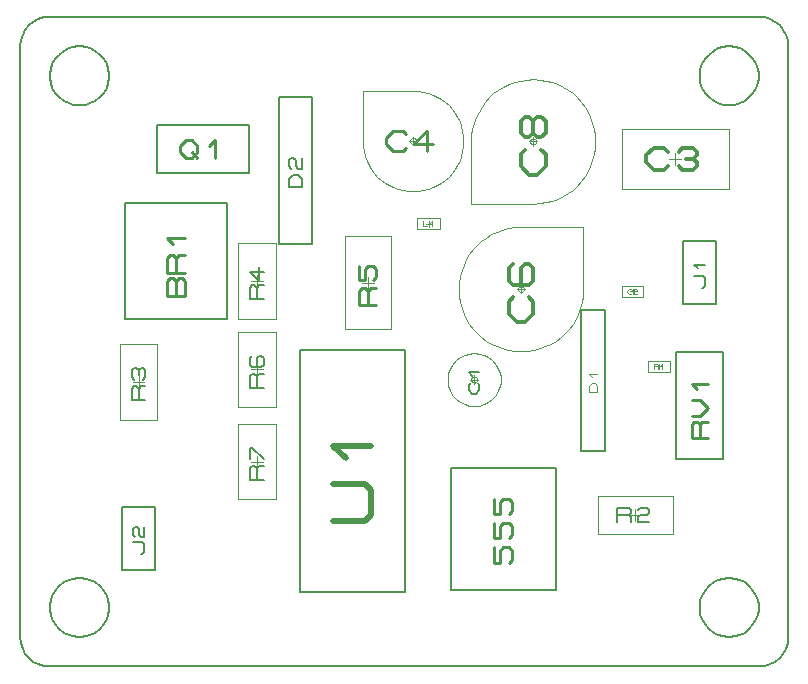
<source format=gbr>
G04 PROTEUS GERBER X2 FILE*
%TF.GenerationSoftware,Labcenter,Proteus,8.7-SP3-Build25561*%
%TF.CreationDate,2020-06-08T17:47:50+00:00*%
%TF.FileFunction,AssemblyDrawing,Top*%
%TF.FilePolarity,Positive*%
%TF.Part,Single*%
%TF.SameCoordinates,{25e8a378-ae3c-4486-9c29-23821959b247}*%
%FSLAX45Y45*%
%MOMM*%
G01*
%TA.AperFunction,Material*%
%ADD72C,0.203200*%
%ADD59C,0.164590*%
%ADD60C,0.050000*%
%ADD61C,0.195000*%
%ADD62C,0.227330*%
%TA.AperFunction,Profile*%
%ADD29C,0.203200*%
%TA.AperFunction,Material*%
%ADD63C,0.533400*%
%ADD64C,0.351660*%
%ADD65C,0.285000*%
%ADD66C,0.259080*%
%ADD67C,0.245000*%
%ADD68C,0.121920*%
%ADD69C,0.151660*%
%ADD74C,0.305000*%
%ADD75C,0.237000*%
%ADD76C,0.172210*%
%ADD77C,0.240790*%
%ADD78C,0.057000*%
%ADD79C,0.063000*%
%TD.AperFunction*%
D72*
X-5637160Y+818840D02*
X-5362840Y+818840D01*
X-5362840Y+1347160D01*
X-5637160Y+1347160D01*
X-5637160Y+818840D01*
D59*
X-5483540Y+951327D02*
X-5467081Y+951327D01*
X-5450622Y+967786D01*
X-5450622Y+1033622D01*
X-5467081Y+1050081D01*
X-5549377Y+1050081D01*
X-5532918Y+1099459D02*
X-5549377Y+1115918D01*
X-5549377Y+1165295D01*
X-5532918Y+1181754D01*
X-5516459Y+1181754D01*
X-5500000Y+1165295D01*
X-5500000Y+1115918D01*
X-5483540Y+1099459D01*
X-5450622Y+1099459D01*
X-5450622Y+1181754D01*
D60*
X-5660000Y+2730000D02*
X-5660000Y+2090000D01*
X-5340000Y+2090000D01*
X-5340000Y+2730000D01*
X-5660000Y+2730000D01*
X-5450000Y+2410000D02*
X-5550000Y+2410000D01*
X-5500000Y+2360000D02*
X-5500000Y+2460000D01*
D61*
X-5441500Y+2254000D02*
X-5558500Y+2254000D01*
X-5558500Y+2351500D01*
X-5539000Y+2371000D01*
X-5519500Y+2371000D01*
X-5500000Y+2351500D01*
X-5500000Y+2254000D01*
X-5500000Y+2351500D02*
X-5480500Y+2371000D01*
X-5441500Y+2371000D01*
X-5539000Y+2429500D02*
X-5558500Y+2449000D01*
X-5558500Y+2507500D01*
X-5539000Y+2527000D01*
X-5519500Y+2527000D01*
X-5500000Y+2507500D01*
X-5480500Y+2527000D01*
X-5461000Y+2527000D01*
X-5441500Y+2507500D01*
X-5441500Y+2449000D01*
X-5461000Y+2429500D01*
X-5500000Y+2468500D02*
X-5500000Y+2507500D01*
D72*
X-887160Y+3072840D02*
X-612840Y+3072840D01*
X-612840Y+3601160D01*
X-887160Y+3601160D01*
X-887160Y+3072840D01*
D59*
X-733540Y+3205327D02*
X-717081Y+3205327D01*
X-700622Y+3221786D01*
X-700622Y+3287622D01*
X-717081Y+3304081D01*
X-799377Y+3304081D01*
X-766459Y+3369918D02*
X-799377Y+3402836D01*
X-700622Y+3402836D01*
D72*
X-950660Y+1755340D02*
X-549340Y+1755340D01*
X-549340Y+2664660D01*
X-950660Y+2664660D01*
X-950660Y+1755340D01*
D62*
X-681801Y+1937204D02*
X-818199Y+1937204D01*
X-818199Y+2050869D01*
X-795466Y+2073602D01*
X-772733Y+2073602D01*
X-750000Y+2050869D01*
X-750000Y+1937204D01*
X-750000Y+2050869D02*
X-727267Y+2073602D01*
X-681801Y+2073602D01*
X-818199Y+2119068D02*
X-750000Y+2119068D01*
X-681801Y+2187267D01*
X-750000Y+2255466D01*
X-818199Y+2255466D01*
X-772733Y+2346398D02*
X-818199Y+2391864D01*
X-681801Y+2391864D01*
D29*
X-6500000Y+250000D02*
X-6495026Y+198883D01*
X-6480713Y+151611D01*
X-6457977Y+109100D01*
X-6427734Y+72266D01*
X-6390900Y+42023D01*
X-6348389Y+19287D01*
X-6301117Y+4974D01*
X-6250000Y+0D01*
X-6500000Y+5250000D02*
X-6495026Y+5301117D01*
X-6480713Y+5348389D01*
X-6457977Y+5390900D01*
X-6427734Y+5427734D01*
X-6390900Y+5457977D01*
X-6348389Y+5480713D01*
X-6301117Y+5495026D01*
X-6250000Y+5500000D01*
X-250000Y+5500000D02*
X-198883Y+5495026D01*
X-151611Y+5480713D01*
X-109100Y+5457977D01*
X-72266Y+5427734D01*
X-42023Y+5390900D01*
X-19287Y+5348389D01*
X-4974Y+5301117D01*
X+0Y+5250000D01*
X-250000Y+0D02*
X-198883Y+4974D01*
X-151611Y+19287D01*
X-109100Y+42023D01*
X-72266Y+72266D01*
X-42023Y+109100D01*
X-19287Y+151611D01*
X-4974Y+198883D01*
X+0Y+250000D01*
X-5750000Y+5000000D02*
X-5750815Y+5020171D01*
X-5757434Y+5060514D01*
X-5771247Y+5100857D01*
X-5793693Y+5141200D01*
X-5827990Y+5181418D01*
X-5868333Y+5212518D01*
X-5908676Y+5232723D01*
X-5949019Y+5244747D01*
X-5989362Y+5249774D01*
X-6000000Y+5250000D01*
X-6250000Y+5000000D02*
X-6249185Y+5020171D01*
X-6242566Y+5060514D01*
X-6228753Y+5100857D01*
X-6206307Y+5141200D01*
X-6172010Y+5181418D01*
X-6131667Y+5212518D01*
X-6091324Y+5232723D01*
X-6050981Y+5244747D01*
X-6010638Y+5249774D01*
X-6000000Y+5250000D01*
X-6250000Y+5000000D02*
X-6249185Y+4979829D01*
X-6242566Y+4939486D01*
X-6228753Y+4899143D01*
X-6206307Y+4858800D01*
X-6172010Y+4818582D01*
X-6131667Y+4787482D01*
X-6091324Y+4767277D01*
X-6050981Y+4755253D01*
X-6010638Y+4750226D01*
X-6000000Y+4750000D01*
X-5750000Y+5000000D02*
X-5750815Y+4979829D01*
X-5757434Y+4939486D01*
X-5771247Y+4899143D01*
X-5793693Y+4858800D01*
X-5827990Y+4818582D01*
X-5868333Y+4787482D01*
X-5908676Y+4767277D01*
X-5949019Y+4755253D01*
X-5989362Y+4750226D01*
X-6000000Y+4750000D01*
X-250000Y+5000000D02*
X-250815Y+5020171D01*
X-257434Y+5060514D01*
X-271247Y+5100857D01*
X-293693Y+5141200D01*
X-327990Y+5181418D01*
X-368333Y+5212518D01*
X-408676Y+5232723D01*
X-449019Y+5244747D01*
X-489362Y+5249774D01*
X-500000Y+5250000D01*
X-750000Y+5000000D02*
X-749185Y+5020171D01*
X-742566Y+5060514D01*
X-728753Y+5100857D01*
X-706307Y+5141200D01*
X-672010Y+5181418D01*
X-631667Y+5212518D01*
X-591324Y+5232723D01*
X-550981Y+5244747D01*
X-510638Y+5249774D01*
X-500000Y+5250000D01*
X-750000Y+5000000D02*
X-749185Y+4979829D01*
X-742566Y+4939486D01*
X-728753Y+4899143D01*
X-706307Y+4858800D01*
X-672010Y+4818582D01*
X-631667Y+4787482D01*
X-591324Y+4767277D01*
X-550981Y+4755253D01*
X-510638Y+4750226D01*
X-500000Y+4750000D01*
X-250000Y+5000000D02*
X-250815Y+4979829D01*
X-257434Y+4939486D01*
X-271247Y+4899143D01*
X-293693Y+4858800D01*
X-327990Y+4818582D01*
X-368333Y+4787482D01*
X-408676Y+4767277D01*
X-449019Y+4755253D01*
X-489362Y+4750226D01*
X-500000Y+4750000D01*
X-250000Y+500000D02*
X-250815Y+520171D01*
X-257434Y+560514D01*
X-271247Y+600857D01*
X-293693Y+641200D01*
X-327990Y+681418D01*
X-368333Y+712518D01*
X-408676Y+732723D01*
X-449019Y+744747D01*
X-489362Y+749774D01*
X-500000Y+750000D01*
X-750000Y+500000D02*
X-749185Y+520171D01*
X-742566Y+560514D01*
X-728753Y+600857D01*
X-706307Y+641200D01*
X-672010Y+681418D01*
X-631667Y+712518D01*
X-591324Y+732723D01*
X-550981Y+744747D01*
X-510638Y+749774D01*
X-500000Y+750000D01*
X-750000Y+500000D02*
X-749185Y+479829D01*
X-742566Y+439486D01*
X-728753Y+399143D01*
X-706307Y+358800D01*
X-672010Y+318582D01*
X-631667Y+287482D01*
X-591324Y+267277D01*
X-550981Y+255253D01*
X-510638Y+250226D01*
X-500000Y+250000D01*
X-250000Y+500000D02*
X-250815Y+479829D01*
X-257434Y+439486D01*
X-271247Y+399143D01*
X-293693Y+358800D01*
X-327990Y+318582D01*
X-368333Y+287482D01*
X-408676Y+267277D01*
X-449019Y+255253D01*
X-489362Y+250226D01*
X-500000Y+250000D01*
X-5750000Y+500000D02*
X-5750815Y+520171D01*
X-5757434Y+560514D01*
X-5771247Y+600857D01*
X-5793693Y+641200D01*
X-5827990Y+681418D01*
X-5868333Y+712518D01*
X-5908676Y+732723D01*
X-5949019Y+744747D01*
X-5989362Y+749774D01*
X-6000000Y+750000D01*
X-6250000Y+500000D02*
X-6249185Y+520171D01*
X-6242566Y+560514D01*
X-6228753Y+600857D01*
X-6206307Y+641200D01*
X-6172010Y+681418D01*
X-6131667Y+712518D01*
X-6091324Y+732723D01*
X-6050981Y+744747D01*
X-6010638Y+749774D01*
X-6000000Y+750000D01*
X-6250000Y+500000D02*
X-6249185Y+479829D01*
X-6242566Y+439486D01*
X-6228753Y+399143D01*
X-6206307Y+358800D01*
X-6172010Y+318582D01*
X-6131667Y+287482D01*
X-6091324Y+267277D01*
X-6050981Y+255253D01*
X-6010638Y+250226D01*
X-6000000Y+250000D01*
X-5750000Y+500000D02*
X-5750815Y+479829D01*
X-5757434Y+439486D01*
X-5771247Y+399143D01*
X-5793693Y+358800D01*
X-5827990Y+318582D01*
X-5868333Y+287482D01*
X-5908676Y+267277D01*
X-5949019Y+255253D01*
X-5989362Y+250226D01*
X-6000000Y+250000D01*
X-6500000Y+250000D02*
X-6500000Y+5250000D01*
X-6250000Y+5500000D02*
X-250000Y+5500000D01*
X+0Y+5250000D02*
X+0Y+250000D01*
X-250000Y+0D02*
X-6250000Y+0D01*
D72*
X-4135500Y+628840D02*
X-3246500Y+628840D01*
X-3246500Y+2681160D01*
X-4135500Y+2681160D01*
X-4135500Y+628840D01*
D63*
X-3851020Y+1228280D02*
X-3584320Y+1228280D01*
X-3530980Y+1281620D01*
X-3530980Y+1494980D01*
X-3584320Y+1548320D01*
X-3851020Y+1548320D01*
X-3744340Y+1761680D02*
X-3851020Y+1868360D01*
X-3530980Y+1868360D01*
D60*
X-2237000Y+3195000D02*
X-2237086Y+3197076D01*
X-2237788Y+3201229D01*
X-2239258Y+3205382D01*
X-2241660Y+3209535D01*
X-2245333Y+3213634D01*
X-2249486Y+3216643D01*
X-2253639Y+3218560D01*
X-2257792Y+3219643D01*
X-2261945Y+3220000D01*
X-2262000Y+3220000D01*
X-2287000Y+3195000D02*
X-2286914Y+3197076D01*
X-2286212Y+3201229D01*
X-2284742Y+3205382D01*
X-2282340Y+3209535D01*
X-2278667Y+3213634D01*
X-2274514Y+3216643D01*
X-2270361Y+3218560D01*
X-2266208Y+3219643D01*
X-2262055Y+3220000D01*
X-2262000Y+3220000D01*
X-2287000Y+3195000D02*
X-2286914Y+3192924D01*
X-2286212Y+3188771D01*
X-2284742Y+3184618D01*
X-2282340Y+3180465D01*
X-2278667Y+3176366D01*
X-2274514Y+3173357D01*
X-2270361Y+3171440D01*
X-2266208Y+3170357D01*
X-2262055Y+3170000D01*
X-2262000Y+3170000D01*
X-2237000Y+3195000D02*
X-2237086Y+3192924D01*
X-2237788Y+3188771D01*
X-2239258Y+3184618D01*
X-2241660Y+3180465D01*
X-2245333Y+3176366D01*
X-2249486Y+3173357D01*
X-2253639Y+3171440D01*
X-2257792Y+3170357D01*
X-2261945Y+3170000D01*
X-2262000Y+3170000D01*
X-2262000Y+3160000D02*
X-2262000Y+3230000D01*
X-2227000Y+3195000D02*
X-2297000Y+3195000D01*
X-1737000Y+3720000D02*
X-2262000Y+3720000D01*
X-2316562Y+3717348D01*
X-2369345Y+3709554D01*
X-2420110Y+3696857D01*
X-2468616Y+3679497D01*
X-2514622Y+3657715D01*
X-2557889Y+3631752D01*
X-2598176Y+3601848D01*
X-2635242Y+3568242D01*
X-2668848Y+3531176D01*
X-2698752Y+3490889D01*
X-2724715Y+3447622D01*
X-2746497Y+3401616D01*
X-2763857Y+3353110D01*
X-2776554Y+3302345D01*
X-2784348Y+3249562D01*
X-2787000Y+3195000D01*
X-2784348Y+3140438D01*
X-2776554Y+3087655D01*
X-2763857Y+3036890D01*
X-2746497Y+2988384D01*
X-2724715Y+2942378D01*
X-2698752Y+2899111D01*
X-2668848Y+2858824D01*
X-2635242Y+2821758D01*
X-2598176Y+2788152D01*
X-2557889Y+2758248D01*
X-2514622Y+2732285D01*
X-2468616Y+2710503D01*
X-2420110Y+2693143D01*
X-2369345Y+2680446D01*
X-2316562Y+2672652D01*
X-2262000Y+2670000D01*
X-2207438Y+2672652D01*
X-2154655Y+2680446D01*
X-2103890Y+2693143D01*
X-2055384Y+2710503D01*
X-2009378Y+2732285D01*
X-1966111Y+2758248D01*
X-1925824Y+2788152D01*
X-1888758Y+2821758D01*
X-1855152Y+2858824D01*
X-1825248Y+2899111D01*
X-1799285Y+2942378D01*
X-1777503Y+2988384D01*
X-1760143Y+3036890D01*
X-1747446Y+3087655D01*
X-1739652Y+3140438D01*
X-1737000Y+3195000D01*
X-1737000Y+3720000D01*
D64*
X-2191666Y+3124667D02*
X-2156500Y+3089500D01*
X-2156500Y+2984001D01*
X-2226833Y+2913668D01*
X-2297166Y+2913668D01*
X-2367499Y+2984001D01*
X-2367499Y+3089500D01*
X-2332333Y+3124667D01*
X-2332333Y+3405999D02*
X-2367499Y+3370832D01*
X-2367499Y+3265333D01*
X-2332333Y+3230166D01*
X-2191666Y+3230166D01*
X-2156500Y+3265333D01*
X-2156500Y+3370832D01*
X-2191666Y+3405999D01*
X-2226833Y+3405999D01*
X-2262000Y+3370832D01*
X-2262000Y+3230166D01*
D60*
X-2134000Y+4445000D02*
X-2134086Y+4447076D01*
X-2134788Y+4451229D01*
X-2136258Y+4455382D01*
X-2138660Y+4459535D01*
X-2142333Y+4463634D01*
X-2146486Y+4466643D01*
X-2150639Y+4468560D01*
X-2154792Y+4469643D01*
X-2158945Y+4470000D01*
X-2159000Y+4470000D01*
X-2184000Y+4445000D02*
X-2183914Y+4447076D01*
X-2183212Y+4451229D01*
X-2181742Y+4455382D01*
X-2179340Y+4459535D01*
X-2175667Y+4463634D01*
X-2171514Y+4466643D01*
X-2167361Y+4468560D01*
X-2163208Y+4469643D01*
X-2159055Y+4470000D01*
X-2159000Y+4470000D01*
X-2184000Y+4445000D02*
X-2183914Y+4442924D01*
X-2183212Y+4438771D01*
X-2181742Y+4434618D01*
X-2179340Y+4430465D01*
X-2175667Y+4426366D01*
X-2171514Y+4423357D01*
X-2167361Y+4421440D01*
X-2163208Y+4420357D01*
X-2159055Y+4420000D01*
X-2159000Y+4420000D01*
X-2134000Y+4445000D02*
X-2134086Y+4442924D01*
X-2134788Y+4438771D01*
X-2136258Y+4434618D01*
X-2138660Y+4430465D01*
X-2142333Y+4426366D01*
X-2146486Y+4423357D01*
X-2150639Y+4421440D01*
X-2154792Y+4420357D01*
X-2158945Y+4420000D01*
X-2159000Y+4420000D01*
X-2159000Y+4480000D02*
X-2159000Y+4410000D01*
X-2194000Y+4445000D02*
X-2124000Y+4445000D01*
X-2684000Y+3920000D02*
X-2159000Y+3920000D01*
X-2104438Y+3922652D01*
X-2051655Y+3930446D01*
X-2000890Y+3943143D01*
X-1952384Y+3960503D01*
X-1906378Y+3982285D01*
X-1863111Y+4008248D01*
X-1822824Y+4038152D01*
X-1785758Y+4071758D01*
X-1752152Y+4108824D01*
X-1722248Y+4149111D01*
X-1696285Y+4192378D01*
X-1674503Y+4238384D01*
X-1657143Y+4286890D01*
X-1644446Y+4337655D01*
X-1636652Y+4390438D01*
X-1634000Y+4445000D01*
X-1636652Y+4499562D01*
X-1644446Y+4552345D01*
X-1657143Y+4603110D01*
X-1674503Y+4651616D01*
X-1696285Y+4697622D01*
X-1722248Y+4740889D01*
X-1752152Y+4781176D01*
X-1785758Y+4818242D01*
X-1822824Y+4851848D01*
X-1863111Y+4881752D01*
X-1906378Y+4907715D01*
X-1952384Y+4929497D01*
X-2000890Y+4946857D01*
X-2051655Y+4959554D01*
X-2104438Y+4967348D01*
X-2159000Y+4970000D01*
X-2213562Y+4967348D01*
X-2266345Y+4959554D01*
X-2317110Y+4946857D01*
X-2365616Y+4929497D01*
X-2411622Y+4907715D01*
X-2454889Y+4881752D01*
X-2495176Y+4851848D01*
X-2532242Y+4818242D01*
X-2565848Y+4781176D01*
X-2595752Y+4740889D01*
X-2621715Y+4697622D01*
X-2643497Y+4651616D01*
X-2660857Y+4603110D01*
X-2673554Y+4552345D01*
X-2681348Y+4499562D01*
X-2684000Y+4445000D01*
X-2684000Y+3920000D01*
D64*
X-2088666Y+4374667D02*
X-2053500Y+4339500D01*
X-2053500Y+4234001D01*
X-2123833Y+4163668D01*
X-2194166Y+4163668D01*
X-2264499Y+4234001D01*
X-2264499Y+4339500D01*
X-2229333Y+4374667D01*
X-2159000Y+4515333D02*
X-2194166Y+4480166D01*
X-2229333Y+4480166D01*
X-2264499Y+4515333D01*
X-2264499Y+4620832D01*
X-2229333Y+4655999D01*
X-2194166Y+4655999D01*
X-2159000Y+4620832D01*
X-2159000Y+4515333D01*
X-2123833Y+4480166D01*
X-2088666Y+4480166D01*
X-2053500Y+4515333D01*
X-2053500Y+4620832D01*
X-2088666Y+4655999D01*
X-2123833Y+4655999D01*
X-2159000Y+4620832D01*
D60*
X-3150000Y+4449000D02*
X-3150086Y+4451076D01*
X-3150788Y+4455229D01*
X-3152258Y+4459382D01*
X-3154660Y+4463535D01*
X-3158333Y+4467634D01*
X-3162486Y+4470643D01*
X-3166639Y+4472560D01*
X-3170792Y+4473643D01*
X-3174945Y+4474000D01*
X-3175000Y+4474000D01*
X-3200000Y+4449000D02*
X-3199914Y+4451076D01*
X-3199212Y+4455229D01*
X-3197742Y+4459382D01*
X-3195340Y+4463535D01*
X-3191667Y+4467634D01*
X-3187514Y+4470643D01*
X-3183361Y+4472560D01*
X-3179208Y+4473643D01*
X-3175055Y+4474000D01*
X-3175000Y+4474000D01*
X-3200000Y+4449000D02*
X-3199914Y+4446924D01*
X-3199212Y+4442771D01*
X-3197742Y+4438618D01*
X-3195340Y+4434465D01*
X-3191667Y+4430366D01*
X-3187514Y+4427357D01*
X-3183361Y+4425440D01*
X-3179208Y+4424357D01*
X-3175055Y+4424000D01*
X-3175000Y+4424000D01*
X-3150000Y+4449000D02*
X-3150086Y+4446924D01*
X-3150788Y+4442771D01*
X-3152258Y+4438618D01*
X-3154660Y+4434465D01*
X-3158333Y+4430366D01*
X-3162486Y+4427357D01*
X-3166639Y+4425440D01*
X-3170792Y+4424357D01*
X-3174945Y+4424000D01*
X-3175000Y+4424000D01*
X-3140000Y+4449000D02*
X-3210000Y+4449000D01*
X-3175000Y+4484000D02*
X-3175000Y+4414000D01*
X-3600000Y+4874000D02*
X-3600000Y+4449000D01*
X-3597854Y+4404831D01*
X-3591544Y+4362101D01*
X-3581265Y+4321006D01*
X-3567212Y+4281739D01*
X-3549579Y+4244496D01*
X-3528561Y+4209471D01*
X-3504353Y+4176858D01*
X-3477148Y+4146852D01*
X-3447142Y+4119647D01*
X-3414529Y+4095439D01*
X-3379504Y+4074421D01*
X-3342260Y+4056788D01*
X-3302994Y+4042735D01*
X-3261899Y+4032456D01*
X-3219169Y+4026147D01*
X-3175000Y+4024000D01*
X-3130831Y+4026147D01*
X-3088101Y+4032456D01*
X-3047006Y+4042735D01*
X-3007740Y+4056788D01*
X-2970496Y+4074421D01*
X-2935471Y+4095439D01*
X-2902858Y+4119647D01*
X-2872852Y+4146852D01*
X-2845647Y+4176858D01*
X-2821439Y+4209471D01*
X-2800421Y+4244496D01*
X-2782788Y+4281739D01*
X-2768735Y+4321006D01*
X-2758456Y+4362101D01*
X-2752146Y+4404831D01*
X-2750000Y+4449000D01*
X-2752146Y+4493169D01*
X-2758456Y+4535899D01*
X-2768735Y+4576994D01*
X-2782788Y+4616261D01*
X-2800421Y+4653504D01*
X-2821439Y+4688529D01*
X-2845647Y+4721142D01*
X-2872852Y+4751148D01*
X-2902858Y+4778353D01*
X-2935471Y+4802561D01*
X-2970496Y+4823579D01*
X-3007740Y+4841212D01*
X-3047006Y+4855265D01*
X-3088101Y+4865544D01*
X-3130831Y+4871853D01*
X-3175000Y+4874000D01*
X-3600000Y+4874000D01*
D65*
X-3232000Y+4392000D02*
X-3260500Y+4363500D01*
X-3346000Y+4363500D01*
X-3403000Y+4420500D01*
X-3403000Y+4477500D01*
X-3346000Y+4534500D01*
X-3260500Y+4534500D01*
X-3232000Y+4506000D01*
X-3004000Y+4420500D02*
X-3175000Y+4420500D01*
X-3061000Y+4534500D01*
X-3061000Y+4363500D01*
D72*
X-2857500Y+644840D02*
X-1968500Y+644840D01*
X-1968500Y+1681160D01*
X-2857500Y+1681160D01*
X-2857500Y+644840D01*
D66*
X-2490724Y+1007552D02*
X-2490724Y+878012D01*
X-2438908Y+878012D01*
X-2438908Y+981644D01*
X-2413000Y+1007552D01*
X-2361184Y+1007552D01*
X-2335276Y+981644D01*
X-2335276Y+903920D01*
X-2361184Y+878012D01*
X-2490724Y+1214816D02*
X-2490724Y+1085276D01*
X-2438908Y+1085276D01*
X-2438908Y+1188908D01*
X-2413000Y+1214816D01*
X-2361184Y+1214816D01*
X-2335276Y+1188908D01*
X-2335276Y+1111184D01*
X-2361184Y+1085276D01*
X-2490724Y+1422080D02*
X-2490724Y+1292540D01*
X-2438908Y+1292540D01*
X-2438908Y+1396172D01*
X-2413000Y+1422080D01*
X-2361184Y+1422080D01*
X-2335276Y+1396172D01*
X-2335276Y+1318448D01*
X-2361184Y+1292540D01*
D72*
X-5612260Y+2943000D02*
X-4753740Y+2943000D01*
X-4753740Y+3923000D01*
X-5612260Y+3923000D01*
X-5612260Y+2943000D01*
D67*
X-5109500Y+3139000D02*
X-5256500Y+3139000D01*
X-5256500Y+3261500D01*
X-5232000Y+3286000D01*
X-5207500Y+3286000D01*
X-5183000Y+3261500D01*
X-5158500Y+3286000D01*
X-5134000Y+3286000D01*
X-5109500Y+3261500D01*
X-5109500Y+3139000D01*
X-5183000Y+3139000D02*
X-5183000Y+3261500D01*
X-5109500Y+3335000D02*
X-5256500Y+3335000D01*
X-5256500Y+3457500D01*
X-5232000Y+3482000D01*
X-5207500Y+3482000D01*
X-5183000Y+3457500D01*
X-5183000Y+3335000D01*
X-5183000Y+3457500D02*
X-5158500Y+3482000D01*
X-5109500Y+3482000D01*
X-5207500Y+3580000D02*
X-5256500Y+3629000D01*
X-5109500Y+3629000D01*
D72*
X-1752600Y+1828100D02*
X-1549400Y+1828100D01*
X-1549400Y+3021900D01*
X-1752600Y+3021900D01*
X-1752600Y+1828100D01*
D68*
X-1614424Y+2327464D02*
X-1687576Y+2327464D01*
X-1687576Y+2376232D01*
X-1663192Y+2400616D01*
X-1638808Y+2400616D01*
X-1614424Y+2376232D01*
X-1614424Y+2327464D01*
X-1663192Y+2449384D02*
X-1687576Y+2473768D01*
X-1614424Y+2473768D01*
D60*
X-2434000Y+2429000D02*
X-2434738Y+2447211D01*
X-2440734Y+2483635D01*
X-2453250Y+2520059D01*
X-2473600Y+2556483D01*
X-2504709Y+2592766D01*
X-2541133Y+2620657D01*
X-2577557Y+2638743D01*
X-2613981Y+2649450D01*
X-2650405Y+2653836D01*
X-2659000Y+2654000D01*
X-2884000Y+2429000D02*
X-2883262Y+2447211D01*
X-2877266Y+2483635D01*
X-2864750Y+2520059D01*
X-2844400Y+2556483D01*
X-2813291Y+2592766D01*
X-2776867Y+2620657D01*
X-2740443Y+2638743D01*
X-2704019Y+2649450D01*
X-2667595Y+2653836D01*
X-2659000Y+2654000D01*
X-2884000Y+2429000D02*
X-2883262Y+2410789D01*
X-2877266Y+2374365D01*
X-2864750Y+2337941D01*
X-2844400Y+2301517D01*
X-2813291Y+2265234D01*
X-2776867Y+2237343D01*
X-2740443Y+2219257D01*
X-2704019Y+2208550D01*
X-2667595Y+2204164D01*
X-2659000Y+2204000D01*
X-2434000Y+2429000D02*
X-2434738Y+2410789D01*
X-2440734Y+2374365D01*
X-2453250Y+2337941D01*
X-2473600Y+2301517D01*
X-2504709Y+2265234D01*
X-2541133Y+2237343D01*
X-2577557Y+2219257D01*
X-2613981Y+2208550D01*
X-2650405Y+2204164D01*
X-2659000Y+2204000D01*
X-2634000Y+2429000D02*
X-2634086Y+2431076D01*
X-2634788Y+2435229D01*
X-2636258Y+2439382D01*
X-2638660Y+2443535D01*
X-2642333Y+2447634D01*
X-2646486Y+2450643D01*
X-2650639Y+2452560D01*
X-2654792Y+2453643D01*
X-2658945Y+2454000D01*
X-2659000Y+2454000D01*
X-2684000Y+2429000D02*
X-2683914Y+2431076D01*
X-2683212Y+2435229D01*
X-2681742Y+2439382D01*
X-2679340Y+2443535D01*
X-2675667Y+2447634D01*
X-2671514Y+2450643D01*
X-2667361Y+2452560D01*
X-2663208Y+2453643D01*
X-2659055Y+2454000D01*
X-2659000Y+2454000D01*
X-2684000Y+2429000D02*
X-2683914Y+2426924D01*
X-2683212Y+2422771D01*
X-2681742Y+2418618D01*
X-2679340Y+2414465D01*
X-2675667Y+2410366D01*
X-2671514Y+2407357D01*
X-2667361Y+2405440D01*
X-2663208Y+2404357D01*
X-2659055Y+2404000D01*
X-2659000Y+2404000D01*
X-2634000Y+2429000D02*
X-2634086Y+2426924D01*
X-2634788Y+2422771D01*
X-2636258Y+2418618D01*
X-2638660Y+2414465D01*
X-2642333Y+2410366D01*
X-2646486Y+2407357D01*
X-2650639Y+2405440D01*
X-2654792Y+2404357D01*
X-2658945Y+2404000D01*
X-2659000Y+2404000D01*
X-2659000Y+2464000D02*
X-2659000Y+2394000D01*
X-2694000Y+2429000D02*
X-2624000Y+2429000D01*
D69*
X-2628666Y+2398667D02*
X-2613500Y+2383500D01*
X-2613500Y+2338001D01*
X-2643833Y+2307668D01*
X-2674166Y+2307668D01*
X-2704499Y+2338001D01*
X-2704499Y+2383500D01*
X-2689333Y+2398667D01*
X-2674166Y+2459333D02*
X-2704499Y+2489666D01*
X-2613500Y+2489666D01*
D60*
X-1411000Y+4043000D02*
X-501000Y+4043000D01*
X-501000Y+4553000D01*
X-1411000Y+4553000D01*
X-1411000Y+4043000D01*
X-956000Y+4348000D02*
X-956000Y+4248000D01*
X-906000Y+4298000D02*
X-1006000Y+4298000D01*
D74*
X-1017000Y+4237000D02*
X-1047500Y+4206500D01*
X-1139000Y+4206500D01*
X-1200000Y+4267500D01*
X-1200000Y+4328500D01*
X-1139000Y+4389500D01*
X-1047500Y+4389500D01*
X-1017000Y+4359000D01*
X-925500Y+4359000D02*
X-895000Y+4389500D01*
X-803500Y+4389500D01*
X-773000Y+4359000D01*
X-773000Y+4328500D01*
X-803500Y+4298000D01*
X-773000Y+4267500D01*
X-773000Y+4237000D01*
X-803500Y+4206500D01*
X-895000Y+4206500D01*
X-925500Y+4237000D01*
X-864500Y+4298000D02*
X-803500Y+4298000D01*
D60*
X-3365000Y+2855000D02*
X-3365000Y+3645000D01*
X-3755000Y+3645000D01*
X-3755000Y+2855000D01*
X-3365000Y+2855000D01*
X-3610000Y+3250000D02*
X-3510000Y+3250000D01*
X-3560000Y+3300000D02*
X-3560000Y+3200000D01*
D75*
X-3488900Y+3060400D02*
X-3631100Y+3060400D01*
X-3631100Y+3178900D01*
X-3607400Y+3202600D01*
X-3583700Y+3202600D01*
X-3560000Y+3178900D01*
X-3560000Y+3060400D01*
X-3560000Y+3178900D02*
X-3536300Y+3202600D01*
X-3488900Y+3202600D01*
X-3631100Y+3392200D02*
X-3631100Y+3273700D01*
X-3583700Y+3273700D01*
X-3583700Y+3368500D01*
X-3560000Y+3392200D01*
X-3512600Y+3392200D01*
X-3488900Y+3368500D01*
X-3488900Y+3297400D01*
X-3512600Y+3273700D01*
D72*
X-4314780Y+3576700D02*
X-4027760Y+3576700D01*
X-4027760Y+4821300D01*
X-4314780Y+4821300D01*
X-4314780Y+3576700D01*
D76*
X-4119606Y+4061231D02*
X-4222933Y+4061231D01*
X-4222933Y+4130115D01*
X-4188491Y+4164557D01*
X-4154048Y+4164557D01*
X-4119606Y+4130115D01*
X-4119606Y+4061231D01*
X-4205712Y+4216221D02*
X-4222933Y+4233442D01*
X-4222933Y+4285105D01*
X-4205712Y+4302326D01*
X-4188491Y+4302326D01*
X-4171270Y+4285105D01*
X-4171270Y+4233442D01*
X-4154048Y+4216221D01*
X-4119606Y+4216221D01*
X-4119606Y+4302326D01*
D72*
X-5344160Y+4180840D02*
X-4561840Y+4180840D01*
X-4561840Y+4582160D01*
X-5344160Y+4582160D01*
X-5344160Y+4180840D01*
D77*
X-5145633Y+4405579D02*
X-5097475Y+4453737D01*
X-5049317Y+4453737D01*
X-5001159Y+4405579D01*
X-5001159Y+4357420D01*
X-5049317Y+4309262D01*
X-5097475Y+4309262D01*
X-5145633Y+4357420D01*
X-5145633Y+4405579D01*
X-5049317Y+4357420D02*
X-5001159Y+4309262D01*
X-4904842Y+4405579D02*
X-4856684Y+4453737D01*
X-4856684Y+4309262D01*
D60*
X-1613000Y+1122000D02*
X-973000Y+1122000D01*
X-973000Y+1442000D01*
X-1613000Y+1442000D01*
X-1613000Y+1122000D01*
X-1293000Y+1332000D02*
X-1293000Y+1232000D01*
X-1243000Y+1282000D02*
X-1343000Y+1282000D01*
D61*
X-1449000Y+1223500D02*
X-1449000Y+1340500D01*
X-1351500Y+1340500D01*
X-1332000Y+1321000D01*
X-1332000Y+1301500D01*
X-1351500Y+1282000D01*
X-1449000Y+1282000D01*
X-1351500Y+1282000D02*
X-1332000Y+1262500D01*
X-1332000Y+1223500D01*
X-1273500Y+1321000D02*
X-1254000Y+1340500D01*
X-1195500Y+1340500D01*
X-1176000Y+1321000D01*
X-1176000Y+1301500D01*
X-1195500Y+1282000D01*
X-1254000Y+1282000D01*
X-1273500Y+1262500D01*
X-1273500Y+1223500D01*
X-1176000Y+1223500D01*
D60*
X-4340000Y+2945000D02*
X-4340000Y+3585000D01*
X-4660000Y+3585000D01*
X-4660000Y+2945000D01*
X-4340000Y+2945000D01*
X-4550000Y+3265000D02*
X-4450000Y+3265000D01*
X-4500000Y+3315000D02*
X-4500000Y+3215000D01*
D61*
X-4441500Y+3109000D02*
X-4558500Y+3109000D01*
X-4558500Y+3206500D01*
X-4539000Y+3226000D01*
X-4519500Y+3226000D01*
X-4500000Y+3206500D01*
X-4500000Y+3109000D01*
X-4500000Y+3206500D02*
X-4480500Y+3226000D01*
X-4441500Y+3226000D01*
X-4480500Y+3382000D02*
X-4480500Y+3265000D01*
X-4558500Y+3343000D01*
X-4441500Y+3343000D01*
D60*
X-1188000Y+2495000D02*
X-998000Y+2495000D01*
X-998000Y+2585000D01*
X-1188000Y+2585000D01*
X-1188000Y+2495000D01*
X-1093000Y+2565000D02*
X-1093000Y+2515000D01*
X-1068000Y+2540000D02*
X-1118000Y+2540000D01*
D78*
X-1138600Y+2522900D02*
X-1138600Y+2557100D01*
X-1110100Y+2557100D01*
X-1104400Y+2551400D01*
X-1104400Y+2545700D01*
X-1110100Y+2540000D01*
X-1138600Y+2540000D01*
X-1110100Y+2540000D02*
X-1104400Y+2534300D01*
X-1104400Y+2522900D01*
X-1081600Y+2545700D02*
X-1070200Y+2557100D01*
X-1070200Y+2522900D01*
D60*
X-1225000Y+3220000D02*
X-1405000Y+3220000D01*
X-1405000Y+3130000D01*
X-1225000Y+3130000D01*
X-1225000Y+3220000D01*
X-1315000Y+3150000D02*
X-1315000Y+3200000D01*
X-1340000Y+3175000D02*
X-1290000Y+3175000D01*
D78*
X-1326400Y+3163600D02*
X-1332100Y+3157900D01*
X-1349200Y+3157900D01*
X-1360600Y+3169300D01*
X-1360600Y+3180700D01*
X-1349200Y+3192100D01*
X-1332100Y+3192100D01*
X-1326400Y+3186400D01*
X-1309300Y+3186400D02*
X-1303600Y+3192100D01*
X-1286500Y+3192100D01*
X-1280800Y+3186400D01*
X-1280800Y+3180700D01*
X-1286500Y+3175000D01*
X-1303600Y+3175000D01*
X-1309300Y+3169300D01*
X-1309300Y+3157900D01*
X-1280800Y+3157900D01*
D60*
X-2950000Y+3800000D02*
X-3140000Y+3800000D01*
X-3140000Y+3700000D01*
X-2950000Y+3700000D01*
X-2950000Y+3800000D01*
X-3045000Y+3725000D02*
X-3045000Y+3775000D01*
X-3070000Y+3750000D02*
X-3020000Y+3750000D01*
D79*
X-3095400Y+3768900D02*
X-3095400Y+3731100D01*
X-3057600Y+3731100D01*
X-3032400Y+3756300D02*
X-3019800Y+3768900D01*
X-3019800Y+3731100D01*
D60*
X-4340000Y+2195000D02*
X-4340000Y+2835000D01*
X-4660000Y+2835000D01*
X-4660000Y+2195000D01*
X-4340000Y+2195000D01*
X-4550000Y+2515000D02*
X-4450000Y+2515000D01*
X-4500000Y+2565000D02*
X-4500000Y+2465000D01*
D61*
X-4441500Y+2359000D02*
X-4558500Y+2359000D01*
X-4558500Y+2456500D01*
X-4539000Y+2476000D01*
X-4519500Y+2476000D01*
X-4500000Y+2456500D01*
X-4500000Y+2359000D01*
X-4500000Y+2456500D02*
X-4480500Y+2476000D01*
X-4441500Y+2476000D01*
X-4539000Y+2632000D02*
X-4558500Y+2612500D01*
X-4558500Y+2554000D01*
X-4539000Y+2534500D01*
X-4461000Y+2534500D01*
X-4441500Y+2554000D01*
X-4441500Y+2612500D01*
X-4461000Y+2632000D01*
X-4480500Y+2632000D01*
X-4500000Y+2612500D01*
X-4500000Y+2534500D01*
D60*
X-4660000Y+2055000D02*
X-4660000Y+1415000D01*
X-4340000Y+1415000D01*
X-4340000Y+2055000D01*
X-4660000Y+2055000D01*
X-4450000Y+1735000D02*
X-4550000Y+1735000D01*
X-4500000Y+1685000D02*
X-4500000Y+1785000D01*
D61*
X-4441500Y+1579000D02*
X-4558500Y+1579000D01*
X-4558500Y+1676500D01*
X-4539000Y+1696000D01*
X-4519500Y+1696000D01*
X-4500000Y+1676500D01*
X-4500000Y+1579000D01*
X-4500000Y+1676500D02*
X-4480500Y+1696000D01*
X-4441500Y+1696000D01*
X-4558500Y+1754500D02*
X-4558500Y+1852000D01*
X-4539000Y+1852000D01*
X-4441500Y+1754500D01*
M02*

</source>
